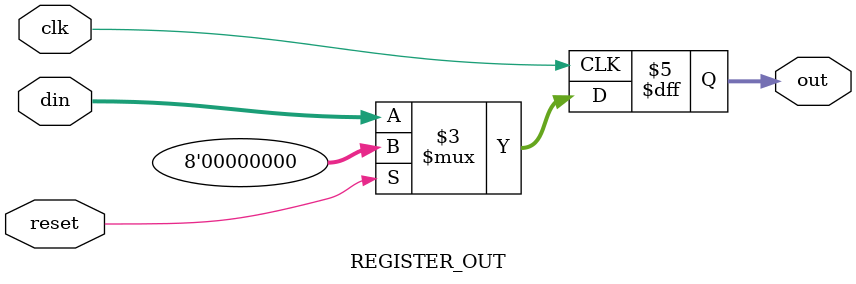
<source format=v>
`timescale 1ns / 1ps

module REGISTER_OUT(out,din,reset,clk);

input [7:0]din;
output reg [7:0]out;
input clk,reset;

always @(posedge clk) begin 
    if(reset)
        begin
        out <=8'h00;
        end
        else out<=din;
end
endmodule


</source>
